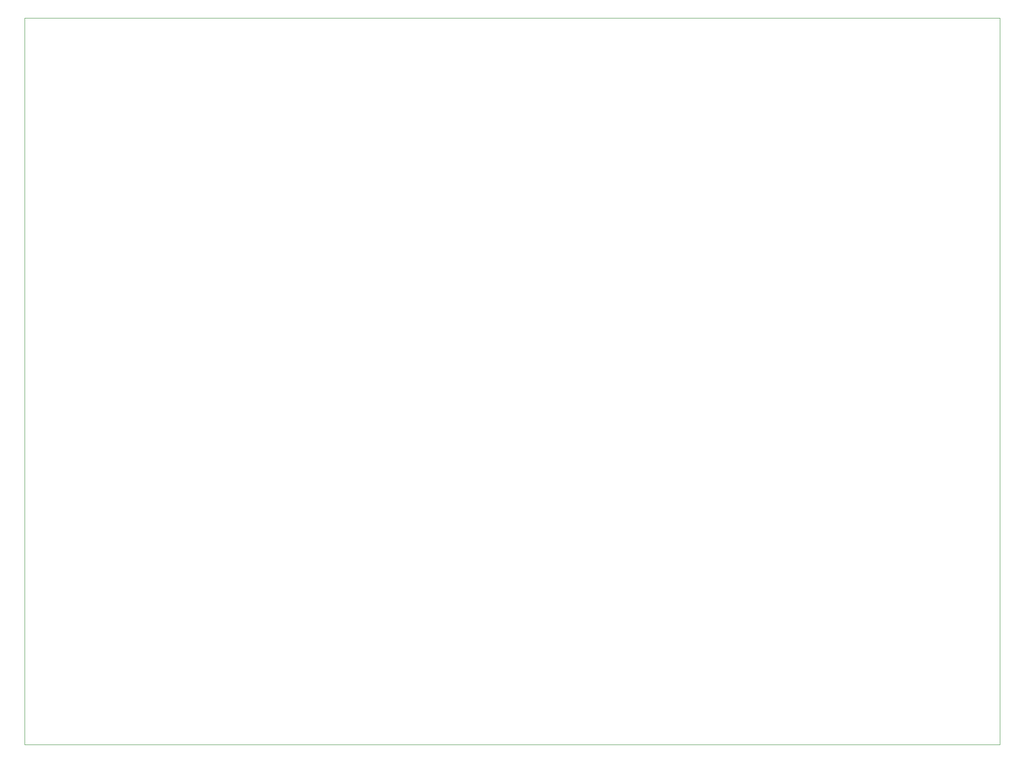
<source format=gbr>
G04 #@! TF.GenerationSoftware,KiCad,Pcbnew,(5.1.4)-1*
G04 #@! TF.CreationDate,2020-02-10T07:07:23-07:00*
G04 #@! TF.ProjectId,control_6roms_test1,636f6e74-726f-46c5-9f36-726f6d735f74,rev?*
G04 #@! TF.SameCoordinates,Original*
G04 #@! TF.FileFunction,Profile,NP*
%FSLAX46Y46*%
G04 Gerber Fmt 4.6, Leading zero omitted, Abs format (unit mm)*
G04 Created by KiCad (PCBNEW (5.1.4)-1) date 2020-02-10 07:07:23*
%MOMM*%
%LPD*%
G04 APERTURE LIST*
%ADD10C,0.050000*%
G04 APERTURE END LIST*
D10*
X22860000Y-164084000D02*
X22860000Y-23876000D01*
X210820000Y-164084000D02*
X22860000Y-164084000D01*
X210820000Y-23876000D02*
X210820000Y-164084000D01*
X22860000Y-23876000D02*
X210820000Y-23876000D01*
M02*

</source>
